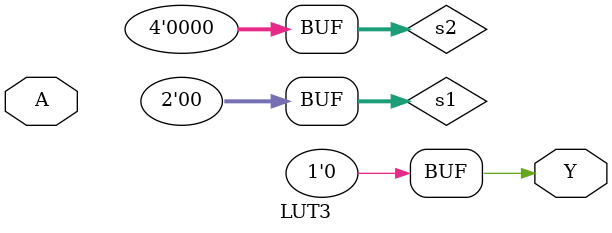
<source format=v>
`timescale 1ns/1ps
`celldefine

module LUT3 #(
  parameter [7:0] INIT_VALUE = 8'h00 // 8-bit LUT logic value
) (
  input [2:0] A, // Data Input
  output Y // Data Output
);

  wire [ 3: 0] s2 = A[2] ? INIT_VALUE[ 7: 4] : INIT_VALUE[ 3: 0];
  wire [ 1: 0] s1 = A[1] ?   s2[ 3: 2] :   s2[ 1: 0];
  assign Y = A[0] ? s1[1] : s1[0];



  `ifndef SYNTHESIS  
    `ifdef TIMED_SIM
      specparam T1 = 0.5;

        specify
          (A => Y) = (T1);
        endspecify
    `endif // `ifdef TIMED_SIM  
  `endif //  `ifndef SYNTHESIS

endmodule
`endcelldefine

</source>
